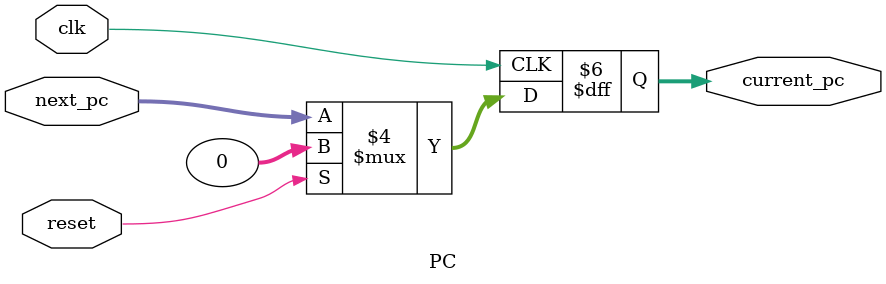
<source format=v>
`include "opcodes.v"

module PC(reset, clk, next_pc, current_pc);
input clk;
input reset;
input [31: 0] next_pc;
output reg [31: 0] current_pc;

    initial begin
        current_pc <= 32'b0;
    end
    always@(posedge clk) begin
        if(reset) begin

            current_pc <= 32'b0;
        end
        else begin
           
            current_pc <= next_pc;
            
        end
    end
endmodule
</source>
